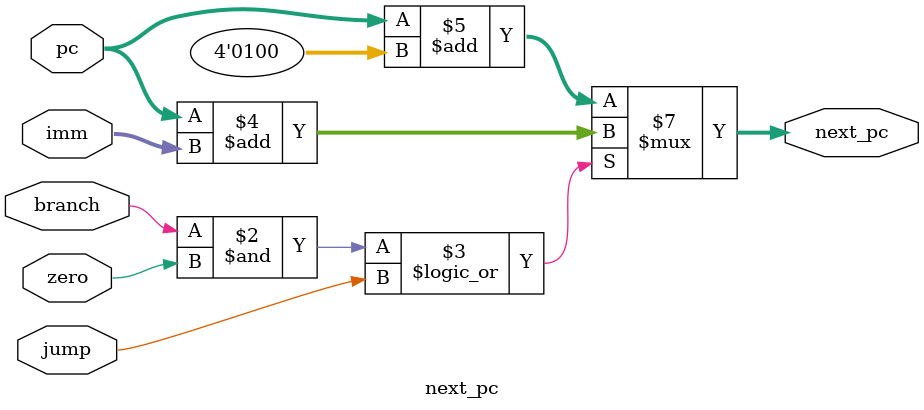
<source format=v>
module next_pc(
    
    input [31:0]    pc,
    input [31:0]    imm,
    input           branch,
    input           zero,
    input           jump,
    
    output reg[31:0]    next_pc
    );
    
always @ (*) begin                                
        if(branch & zero || jump)
            next_pc <= pc + imm;
        else
            next_pc <= pc + 4'h4;
end
    
endmodule
</source>
